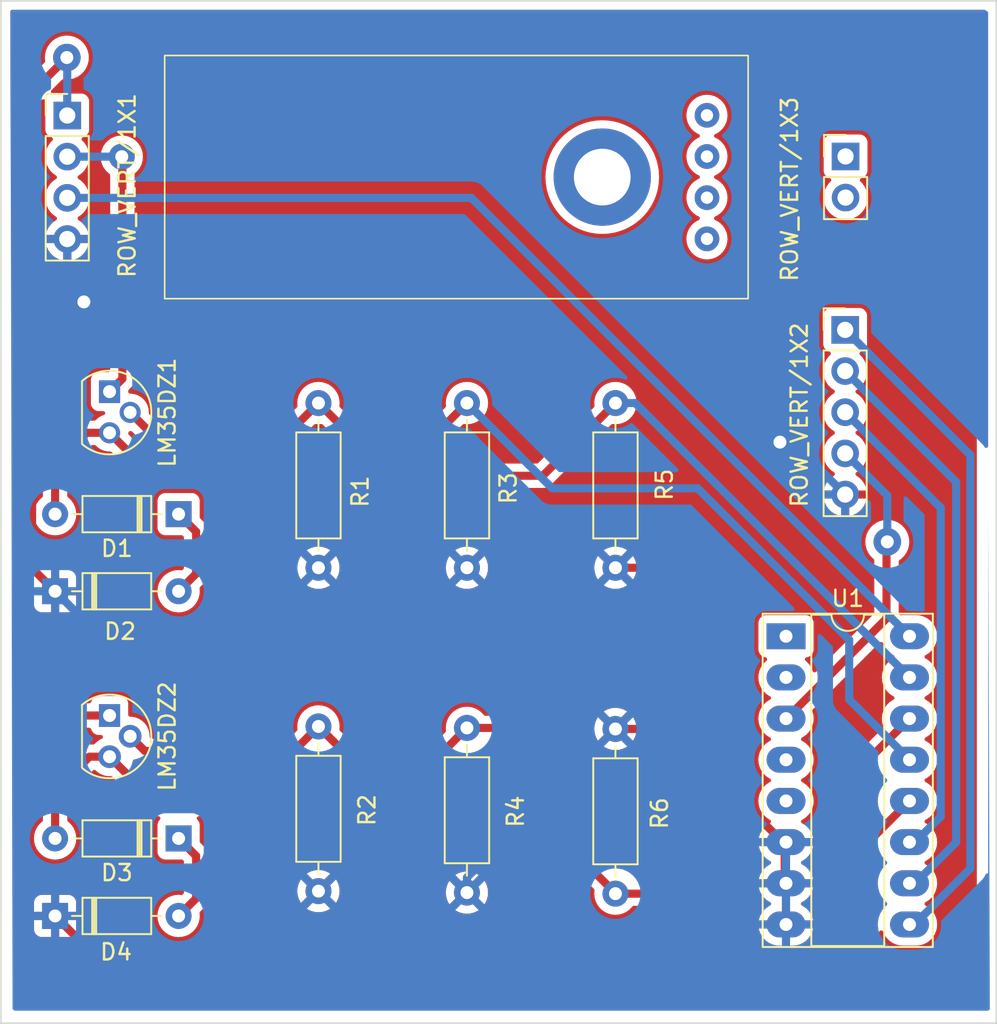
<source format=kicad_pcb>
(kicad_pcb (version 20221018) (generator pcbnew)
  (layers (0 "F.Cu" signal) (31 "B.Cu" signal) (34 "B.Paste" user) (35 "F.Paste" user) (36 "B.SilkS" user "B.Silkscreen") (37 "F.SilkS" user "F.Silkscreen") (38 "B.Mask" user) (39 "F.Mask" user) (44 "Edge.Cuts" user))
  (net 0 "")
  (net 1 "Net-(D1-K)")
  (net 2 "Net-(D1-A)")
  (net 3 "GND")
  (net 4 "Net-(D3-K)")
  (net 5 "Net-(D3-A)")
  (net 6 "Net-(LM35DZ1-Vout)")
  (net 7 "V_cell12")
  (net 8 "Net-(LM35DZ2-Vout)")
  (net 9 "+5V")
  (net 10 "sel_A")
  (net 11 "sel_B")
  (net 12 "sel_C")
  (net 13 "V_temperature")
  (net 18 "V_cell34")
  (net 19 "V_D0")
  (net 20 "V_A0")
  (footprint "VAMK_R:R3_5W" (layer "F.Cu") (at 129.1 115.325 90)
    (fp_text reference "R2" (at 0 3 90) (layer "F.SilkS"))
    (fp_text value "18k" hide)
    (fp_line (start -3.96 0) (end -3.19 0) (stroke (width 0.12)) (layer "F.SilkS"))
    (fp_line (start -3.19 -1.37) (end -3.19 1.37) (stroke (width 0.12)) (layer "F.SilkS"))
    (fp_line (start -3.19 1.37) (end 3.35 1.37) (stroke (width 0.12)) (layer "F.SilkS"))
    (fp_line (start 3.35 -1.37) (end -3.19 -1.37) (stroke (width 0.12)) (layer "F.SilkS"))
    (fp_line (start 3.35 1.37) (end 3.35 -1.37) (stroke (width 0.12)) (layer "F.SilkS"))
    (fp_line (start 4.12 0) (end 3.35 0) (stroke (width 0.12)) (layer "F.SilkS"))
    (pad "1" thru_hole circle (at -5 0 90) (size 1.6 1.6) (drill 0.8) (layers "*.Cu" "*.Mask") (net 3 "GND"))
    (pad "2" thru_hole oval (at 5.16 0 90) (size 1.6 1.6) (drill 0.8) (layers "*.Cu" "*.Mask") (net 8 "Net-(LM35DZ2-Vout)"))
  )
  (footprint "Diode_THT:D_DO-35_SOD27_P7.62mm_Horizontal" (layer "F.Cu") (at 120.47 97.0675 180)
    (fp_text reference "D1" (at 3.81 -2.12) (layer "F.SilkS"))
    (fp_text value "1N4148" hide)
    (fp_line (start 1.04 0) (end 1.69 0) (stroke (width 0.12)) (layer "F.SilkS"))
    (fp_line (start 1.69 -1.12) (end 1.69 1.12) (stroke (width 0.12)) (layer "F.SilkS"))
    (fp_line (start 1.69 1.12) (end 5.93 1.12) (stroke (width 0.12)) (layer "F.SilkS"))
    (fp_line (start 2.29 -1.12) (end 2.29 1.12) (stroke (width 0.12)) (layer "F.SilkS"))
    (fp_line (start 2.41 -1.12) (end 2.41 1.12) (stroke (width 0.12)) (layer "F.SilkS"))
    (fp_line (start 2.53 -1.12) (end 2.53 1.12) (stroke (width 0.12)) (layer "F.SilkS"))
    (fp_line (start 5.93 -1.12) (end 1.69 -1.12) (stroke (width 0.12)) (layer "F.SilkS"))
    (fp_line (start 5.93 1.12) (end 5.93 -1.12) (stroke (width 0.12)) (layer "F.SilkS"))
    (fp_line (start 6.58 0) (end 5.93 0) (stroke (width 0.12)) (layer "F.SilkS"))
    (pad "1" thru_hole rect (at 0 0 180) (size 1.6 1.6) (drill 0.8) (layers "*.Cu" "*.Mask") (net 1 "Net-(D1-K)"))
    (pad "2" thru_hole oval (at 7.62 0 180) (size 1.6 1.6) (drill 0.8) (layers "*.Cu" "*.Mask") (net 2 "Net-(D1-A)"))
  )
  (footprint "VAMK_R:R3_5W" (layer "F.Cu") (at 147.425 95.375 90)
    (fp_text reference "R5" (at 0.125 3.025 90) (layer "F.SilkS"))
    (fp_text value "10k" hide)
    (fp_line (start -3.96 0) (end -3.19 0) (stroke (width 0.12)) (layer "F.SilkS"))
    (fp_line (start -3.19 -1.37) (end -3.19 1.37) (stroke (width 0.12)) (layer "F.SilkS"))
    (fp_line (start -3.19 1.37) (end 3.35 1.37) (stroke (width 0.12)) (layer "F.SilkS"))
    (fp_line (start 3.35 -1.37) (end -3.19 -1.37) (stroke (width 0.12)) (layer "F.SilkS"))
    (fp_line (start 3.35 1.37) (end 3.35 -1.37) (stroke (width 0.12)) (layer "F.SilkS"))
    (fp_line (start 4.12 0) (end 3.35 0) (stroke (width 0.12)) (layer "F.SilkS"))
    (pad "1" thru_hole circle (at -5 0 90) (size 1.6 1.6) (drill 0.8) (layers "*.Cu" "*.Mask") (net 3 "GND"))
    (pad "2" thru_hole oval (at 5.16 0 90) (size 1.6 1.6) (drill 0.8) (layers "*.Cu" "*.Mask") (net 2 "Net-(D1-A)"))
  )
  (footprint "VAMK_CON:ROW_VERT_1x2" (layer "F.Cu") (at 161.625 75)
    (fp_text reference "ROW_VERT/1X3" (at -3.45 2.025 90) (layer "F.SilkS"))
    (fp_text value "ROW_VERT_1X2" hide)
    (fp_line (start -1.33 -1.33) (end 0 -1.33) (stroke (width 0.12)) (layer "F.SilkS"))
    (fp_line (start -1.33 0) (end -1.33 -1.33) (stroke (width 0.12)) (layer "F.SilkS"))
    (fp_line (start -1.33 1.27) (end -1.33 3.87) (stroke (width 0.12)) (layer "F.SilkS"))
    (fp_line (start -1.33 1.27) (end 1.33 1.27) (stroke (width 0.12)) (layer "F.SilkS"))
    (fp_line (start -1.33 3.87) (end 1.33 3.87) (stroke (width 0.12)) (layer "F.SilkS"))
    (fp_line (start 1.33 1.27) (end 1.33 3.87) (stroke (width 0.12)) (layer "F.SilkS"))
    (pad "1" thru_hole rect (at 0 0) (size 1.7 1.7) (drill 1) (layers "*.Cu" "*.Mask") (net 19 "V_D0"))
    (pad "2" thru_hole oval (at 0 2.54) (size 1.7 1.7) (drill 1) (layers "*.Cu" "*.Mask") (net 20 "V_A0"))
  )
  (footprint "VAMK_CON:ROW_VERT_1x4" (layer "F.Cu") (at 113.6 72.475)
    (fp_text reference "ROW_VERT/1X1" (at 3.7 4.32 90) (layer "F.SilkS"))
    (fp_text value "ROW_VERT_1X4" hide)
    (fp_line (start -1.33 -1.33) (end 0 -1.33) (stroke (width 0.12)) (layer "F.SilkS"))
    (fp_line (start -1.33 0) (end -1.33 -1.33) (stroke (width 0.12)) (layer "F.SilkS"))
    (fp_line (start -1.33 1.27) (end -1.33 8.95) (stroke (width 0.12)) (layer "F.SilkS"))
    (fp_line (start -1.33 1.27) (end 1.33 1.27) (stroke (width 0.12)) (layer "F.SilkS"))
    (fp_line (start -1.33 8.95) (end 1.33 8.95) (stroke (width 0.12)) (layer "F.SilkS"))
    (fp_line (start 1.33 1.27) (end 1.33 8.95) (stroke (width 0.12)) (layer "F.SilkS"))
    (pad "1" thru_hole rect (at 0 0) (size 1.7 1.7) (drill 1) (layers "*.Cu" "*.Mask") (net 18 "V_cell34"))
    (pad "2" thru_hole oval (at 0 2.54) (size 1.7 1.7) (drill 1) (layers "*.Cu" "*.Mask") (net 7 "V_cell12"))
    (pad "3" thru_hole oval (at 0 5.08) (size 1.7 1.7) (drill 1) (layers "*.Cu" "*.Mask") (net 9 "+5V"))
    (pad "4" thru_hole oval (at 0 7.62) (size 1.7 1.7) (drill 1) (layers "*.Cu" "*.Mask") (net 3 "GND"))
  )
  (footprint "VAMK_IC:TO-92" (layer "F.Cu") (at 116.21 109.49 -90)
    (fp_text reference "LM35DZ2" (at 1.29 -3.56 90) (layer "F.SilkS"))
    (fp_text value "LM35DZ_TO92" hide)
    (fp_line (start -0.65 1.7) (end 3.2 1.7) (stroke (width 0.12)) (layer "F.SilkS"))
    (fp_arc (start -0.65 1.7) (mid 1.283448 -2.579449) (end 3.238611 1.690122) (stroke (width 0.12)) (layer "F.SilkS"))
    (pad "1" thru_hole rect (at 0 0 270) (size 1.4 1.3) (drill 0.8) (layers "*.Cu" "*.Mask") (net 18 "V_cell34"))
    (pad "2" thru_hole circle (at 1.28 -1.27 270) (size 1.4 1.4) (drill 0.8) (layers "*.Cu" "*.Mask") (net 8 "Net-(LM35DZ2-Vout)"))
    (pad "3" thru_hole circle (at 2.54 0 270) (size 1.4 1.4) (drill 0.8) (layers "*.Cu" "*.Mask") (net 5 "Net-(D3-A)"))
  )
  (footprint "Diode_THT:D_DO-35_SOD27_P7.62mm_Horizontal" (layer "F.Cu") (at 120.47 117.0725 180)
    (fp_text reference "D3" (at 3.81 -2.12) (layer "F.SilkS"))
    (fp_text value "1N4148" hide)
    (fp_line (start 1.04 0) (end 1.69 0) (stroke (width 0.12)) (layer "F.SilkS"))
    (fp_line (start 1.69 -1.12) (end 1.69 1.12) (stroke (width 0.12)) (layer "F.SilkS"))
    (fp_line (start 1.69 1.12) (end 5.93 1.12) (stroke (width 0.12)) (layer "F.SilkS"))
    (fp_line (start 2.29 -1.12) (end 2.29 1.12) (stroke (width 0.12)) (layer "F.SilkS"))
    (fp_line (start 2.41 -1.12) (end 2.41 1.12) (stroke (width 0.12)) (layer "F.SilkS"))
    (fp_line (start 2.53 -1.12) (end 2.53 1.12) (stroke (width 0.12)) (layer "F.SilkS"))
    (fp_line (start 5.93 -1.12) (end 1.69 -1.12) (stroke (width 0.12)) (layer "F.SilkS"))
    (fp_line (start 5.93 1.12) (end 5.93 -1.12) (stroke (width 0.12)) (layer "F.SilkS"))
    (fp_line (start 6.58 0) (end 5.93 0) (stroke (width 0.12)) (layer "F.SilkS"))
    (pad "1" thru_hole rect (at 0 0 180) (size 1.6 1.6) (drill 0.8) (layers "*.Cu" "*.Mask") (net 4 "Net-(D3-K)"))
    (pad "2" thru_hole oval (at 7.62 0 180) (size 1.6 1.6) (drill 0.8) (layers "*.Cu" "*.Mask") (net 5 "Net-(D3-A)"))
  )
  (footprint "VAMK_CON:ROW_VERT_1x5" (layer "F.Cu") (at 161.6 85.7)
    (fp_text reference "ROW_VERT/1X2" (at -2.825 5.25 90) (layer "F.SilkS"))
    (fp_text value "ROW_VERT_1X5" hide)
    (fp_line (start -1.33 -1.33) (end 0 -1.33) (stroke (width 0.12)) (layer "F.SilkS"))
    (fp_line (start -1.33 0) (end -1.33 -1.33) (stroke (width 0.12)) (layer "F.SilkS"))
    (fp_line (start -1.33 1.27) (end -1.33 11.49) (stroke (width 0.12)) (layer "F.SilkS"))
    (fp_line (start -1.33 1.27) (end 1.33 1.27) (stroke (width 0.12)) (layer "F.SilkS"))
    (fp_line (start -1.33 11.49) (end 1.33 11.49) (stroke (width 0.12)) (layer "F.SilkS"))
    (fp_line (start 1.33 1.27) (end 1.33 11.49) (stroke (width 0.12)) (layer "F.SilkS"))
    (pad "1" thru_hole rect (at 0 0) (size 1.7 1.7) (drill 1) (layers "*.Cu" "*.Mask") (net 12 "sel_C"))
    (pad "2" thru_hole oval (at 0 2.54) (size 1.7 1.7) (drill 1) (layers "*.Cu" "*.Mask") (net 11 "sel_B"))
    (pad "3" thru_hole oval (at 0 5.08) (size 1.7 1.7) (drill 1) (layers "*.Cu" "*.Mask") (net 10 "sel_A"))
    (pad "4" thru_hole oval (at 0 7.62) (size 1.7 1.7) (drill 1) (layers "*.Cu" "*.Mask") (net 13 "V_temperature"))
    (pad "5" thru_hole oval (at 0 10.16) (size 1.7 1.7) (drill 1) (layers "*.Cu" "*.Mask") (net 3 "GND"))
  )
  (footprint "VAMK_R:R3_5W" (layer "F.Cu") (at 129.1 95.375 90)
    (fp_text reference "R1" (at -0.3 2.575 90) (layer "F.SilkS"))
    (fp_text value "18k" hide)
    (fp_line (start -3.96 0) (end -3.19 0) (stroke (width 0.12)) (layer "F.SilkS"))
    (fp_line (start -3.19 -1.37) (end -3.19 1.37) (stroke (width 0.12)) (layer "F.SilkS"))
    (fp_line (start -3.19 1.37) (end 3.35 1.37) (stroke (width 0.12)) (layer "F.SilkS"))
    (fp_line (start 3.35 -1.37) (end -3.19 -1.37) (stroke (width 0.12)) (layer "F.SilkS"))
    (fp_line (start 3.35 1.37) (end 3.35 -1.37) (stroke (width 0.12)) (layer "F.SilkS"))
    (fp_line (start 4.12 0) (end 3.35 0) (stroke (width 0.12)) (layer "F.SilkS"))
    (pad "1" thru_hole circle (at -5 0 90) (size 1.6 1.6) (drill 0.8) (layers "*.Cu" "*.Mask") (net 3 "GND"))
    (pad "2" thru_hole oval (at 5.16 0 90) (size 1.6 1.6) (drill 0.8) (layers "*.Cu" "*.Mask") (net 6 "Net-(LM35DZ1-Vout)"))
  )
  (footprint "VAMK_R:R3_5W" (layer "F.Cu") (at 138.2625 115.415 90)
    (fp_text reference "R4" (at 0 3 90) (layer "F.SilkS"))
    (fp_text value "10k" hide)
    (fp_line (start -3.96 0) (end -3.19 0) (stroke (width 0.12)) (layer "F.SilkS"))
    (fp_line (start -3.19 -1.37) (end -3.19 1.37) (stroke (width 0.12)) (layer "F.SilkS"))
    (fp_line (start -3.19 1.37) (end 3.35 1.37) (stroke (width 0.12)) (layer "F.SilkS"))
    (fp_line (start 3.35 -1.37) (end -3.19 -1.37) (stroke (width 0.12)) (layer "F.SilkS"))
    (fp_line (start 3.35 1.37) (end 3.35 -1.37) (stroke (width 0.12)) (layer "F.SilkS"))
    (fp_line (start 4.12 0) (end 3.35 0) (stroke (width 0.12)) (layer "F.SilkS"))
    (pad "1" thru_hole circle (at -5 0 90) (size 1.6 1.6) (drill 0.8) (layers "*.Cu" "*.Mask") (net 3 "GND"))
    (pad "2" thru_hole oval (at 5.16 0 90) (size 1.6 1.6) (drill 0.8) (layers "*.Cu" "*.Mask") (net 8 "Net-(LM35DZ2-Vout)"))
  )
  (footprint "VAMK_IC:TO-92" (layer "F.Cu") (at 116.21 89.51 -90)
    (fp_text reference "LM35DZ1" (at 1.29 -3.56 90) (layer "F.SilkS"))
    (fp_text value "LM35DZ_TO92" hide)
    (fp_line (start -0.65 1.7) (end 3.2 1.7) (stroke (width 0.12)) (layer "F.SilkS"))
    (fp_arc (start -0.65 1.7) (mid 1.283448 -2.579449) (end 3.238611 1.690122) (stroke (width 0.12)) (layer "F.SilkS"))
    (pad "1" thru_hole rect (at 0 0 270) (size 1.4 1.3) (drill 0.8) (layers "*.Cu" "*.Mask") (net 7 "V_cell12"))
    (pad "2" thru_hole circle (at 1.28 -1.27 270) (size 1.3 1.3) (drill 0.8) (layers "*.Cu" "*.Mask") (net 6 "Net-(LM35DZ1-Vout)"))
    (pad "3" thru_hole circle (at 2.54 0 270) (size 1.3 1.3) (drill 0.8) (layers "*.Cu" "*.Mask") (net 2 "Net-(D1-A)"))
  )
  (footprint "KY026:KY026" (layer "F.Cu") (at 137.6125 76.275 180)
    (fp_text reference "A1" hide)
    (fp_text value "Flame_KY026" hide)
    (fp_rect (start -18 -7.5) (end 18 7.5) (stroke (width 0.1)) (fill none) (layer "F.SilkS"))
    (pad "1" thru_hole circle (at -15.46 -3.81 90) (size 1.524 1.524) (drill 0.762) (layers "*.Cu" "*.Mask"))
    (pad "2" thru_hole circle (at -15.46 -1.27 90) (size 1.524 1.524) (drill 0.762) (layers "*.Cu" "*.Mask"))
    (pad "3" thru_hole circle (at -15.46 1.27 90) (size 1.524 1.524) (drill 0.762) (layers "*.Cu" "*.Mask"))
    (pad "4" thru_hole circle (at -15.46 3.81 90) (size 1.524 1.524) (drill 0.762) (layers "*.Cu" "*.Mask"))
    (pad "5" thru_hole circle (at -9 0 90) (size 6 6) (drill 3.5) (layers "*.Cu" "*.Mask"))
  )
  (footprint "Diode_THT:D_DO-35_SOD27_P7.62mm_Horizontal" (layer "F.Cu") (at 112.85 121.855)
    (fp_text reference "D4" (at 3.76 2.225) (layer "F.SilkS"))
    (fp_text value "1N4148" hide)
    (fp_line (start 1.04 0) (end 1.69 0) (stroke (width 0.12)) (layer "F.SilkS"))
    (fp_line (start 1.69 -1.12) (end 1.69 1.12) (stroke (width 0.12)) (layer "F.SilkS"))
    (fp_line (start 1.69 1.12) (end 5.93 1.12) (stroke (width 0.12)) (layer "F.SilkS"))
    (fp_line (start 2.29 -1.12) (end 2.29 1.12) (stroke (width 0.12)) (layer "F.SilkS"))
    (fp_line (start 2.41 -1.12) (end 2.41 1.12) (stroke (width 0.12)) (layer "F.SilkS"))
    (fp_line (start 2.53 -1.12) (end 2.53 1.12) (stroke (width 0.12)) (layer "F.SilkS"))
    (fp_line (start 5.93 -1.12) (end 1.69 -1.12) (stroke (width 0.12)) (layer "F.SilkS"))
    (fp_line (start 5.93 1.12) (end 5.93 -1.12) (stroke (width 0.12)) (layer "F.SilkS"))
    (fp_line (start 6.58 0) (end 5.93 0) (stroke (width 0.12)) (layer "F.SilkS"))
    (pad "1" thru_hole rect (at 0 0) (size 1.6 1.6) (drill 0.8) (layers "*.Cu" "*.Mask") (net 3 "GND"))
    (pad "2" thru_hole oval (at 7.62 0) (size 1.6 1.6) (drill 0.8) (layers "*.Cu" "*.Mask") (net 4 "Net-(D3-K)"))
  )
  (footprint "VAMK_R:R3_5W" (layer "F.Cu") (at 147.425 115.32 -90)
    (fp_text reference "R6" (at 0.205 -2.725 90) (layer "F.SilkS"))
    (fp_text value "10k" hide)
    (fp_line (start -3.96 0) (end -3.19 0) (stroke (width 0.12)) (layer "F.SilkS"))
    (fp_line (start -3.19 -1.37) (end -3.19 1.37) (stroke (width 0.12)) (layer "F.SilkS"))
    (fp_line (start -3.19 1.37) (end 3.35 1.37) (stroke (width 0.12)) (layer "F.SilkS"))
    (fp_line (start 3.35 -1.37) (end -3.19 -1.37) (stroke (width 0.12)) (layer "F.SilkS"))
    (fp_line (start 3.35 1.37) (end 3.35 -1.37) (stroke (width 0.12)) (layer "F.SilkS"))
    (fp_line (start 4.12 0) (end 3.35 0) (stroke (width 0.12)) (layer "F.SilkS"))
    (pad "1" thru_hole circle (at -5 0 270) (size 1.6 1.6) (drill 0.8) (layers "*.Cu" "*.Mask") (net 3 "GND"))
    (pad "2" thru_hole oval (at 5.16 0 270) (size 1.6 1.6) (drill 0.8) (layers "*.Cu" "*.Mask") (net 5 "Net-(D3-A)"))
  )
  (footprint "Package_DIP:DIP-16_W7.62mm_Socket_LongPads" (layer "F.Cu") (at 157.95 104.6)
    (fp_text reference "U1" (at 3.81 -2.33) (layer "F.SilkS"))
    (fp_text value "CD4051B")
    (fp_line (start -1.44 -1.39) (end -1.44 19.17) (stroke (width 0.12)) (layer "F.SilkS"))
    (fp_line (start -1.44 19.17) (end 9.06 19.17) (stroke (width 0.12)) (layer "F.SilkS"))
    (fp_line (start 1.56 -1.33) (end 1.56 19.11) (stroke (width 0.12)) (layer "F.SilkS"))
    (fp_line (start 1.56 19.11) (end 6.06 19.11) (stroke (width 0.12)) (layer "F.SilkS"))
    (fp_line (start 2.81 -1.33) (end 1.56 -1.33) (stroke (width 0.12)) (layer "F.SilkS"))
    (fp_line (start 6.06 -1.33) (end 4.81 -1.33) (stroke (width 0.12)) (layer "F.SilkS"))
    (fp_line (start 6.06 19.11) (end 6.06 -1.33) (stroke (width 0.12)) (layer "F.SilkS"))
    (fp_line (start 9.06 -1.39) (end -1.44 -1.39) (stroke (width 0.12)) (layer "F.SilkS"))
    (fp_line (start 9.06 19.17) (end 9.06 -1.39) (stroke (width 0.12)) (layer "F.SilkS"))
    (fp_arc (start 4.81 -1.33) (mid 3.81 -0.33) (end 2.81 -1.33) (stroke (width 0.12)) (layer "F.SilkS"))
    (pad "1" thru_hole rect (at 0 0) (size 2.4 1.6) (drill 0.8) (layers "*.Cu" "*.Mask"))
    (pad "2" thru_hole oval (at 0 2.54) (size 2.4 1.6) (drill 0.8) (layers "*.Cu" "*.Mask"))
    (pad "3" thru_hole oval (at 0 5.08) (size 2.4 1.6) (drill 0.8) (layers "*.Cu" "*.Mask") (net 13 "V_temperature"))
    (pad "4" thru_hole oval (at 0 7.62) (size 2.4 1.6) (drill 0.8) (layers "*.Cu" "*.Mask"))
    (pad "5" thru_hole oval (at 0 10.16) (size 2.4 1.6) (drill 0.8) (layers "*.Cu" "*.Mask"))
    (pad "6" thru_hole oval (at 0 12.7) (size 2.4 1.6) (drill 0.8) (layers "*.Cu" "*.Mask") (net 3 "GND"))
    (pad "7" thru_hole oval (at 0 15.24) (size 2.4 1.6) (drill 0.8) (layers "*.Cu" "*.Mask") (net 3 "GND"))
    (pad "8" thru_hole oval (at 0 17.78) (size 2.4 1.6) (drill 0.8) (layers "*.Cu" "*.Mask") (net 3 "GND"))
    (pad "9" thru_hole oval (at 7.62 17.78) (size 2.4 1.6) (drill 0.8) (layers "*.Cu" "*.Mask") (net 12 "sel_C"))
    (pad "10" thru_hole oval (at 7.62 15.24) (size 2.4 1.6) (drill 0.8) (layers "*.Cu" "*.Mask") (net 11 "sel_B"))
    (pad "11" thru_hole oval (at 7.62 12.7) (size 2.4 1.6) (drill 0.8) (layers "*.Cu" "*.Mask") (net 10 "sel_A"))
    (pad "12" thru_hole oval (at 7.62 10.16) (size 2.4 1.6) (drill 0.8) (layers "*.Cu" "*.Mask") (net 5 "Net-(D3-A)"))
    (pad "13" thru_hole oval (at 7.62 7.62) (size 2.4 1.6) (drill 0.8) (layers "*.Cu" "*.Mask") (net 6 "Net-(LM35DZ1-Vout)"))
    (pad "14" thru_hole oval (at 7.62 5.08) (size 2.4 1.6) (drill 0.8) (layers "*.Cu" "*.Mask") (net 8 "Net-(LM35DZ2-Vout)"))
    (pad "15" thru_hole oval (at 7.62 2.54) (size 2.4 1.6) (drill 0.8) (layers "*.Cu" "*.Mask") (net 2 "Net-(D1-A)"))
    (pad "16" thru_hole oval (at 7.62 0) (size 2.4 1.6) (drill 0.8) (layers "*.Cu" "*.Mask") (net 9 "+5V"))
  )
  (footprint "Diode_THT:D_DO-35_SOD27_P7.62mm_Horizontal" (layer "F.Cu") (at 112.85 101.825)
    (fp_text reference "D2" (at 4.01 2.475) (layer "F.SilkS"))
    (fp_text value "1N4148" hide)
    (fp_line (start 1.04 0) (end 1.69 0) (stroke (width 0.12)) (layer "F.SilkS"))
    (fp_line (start 1.69 -1.12) (end 1.69 1.12) (stroke (width 0.12)) (layer "F.SilkS"))
    (fp_line (start 1.69 1.12) (end 5.93 1.12) (stroke (width 0.12)) (layer "F.SilkS"))
    (fp_line (start 2.29 -1.12) (end 2.29 1.12) (stroke (width 0.12)) (layer "F.SilkS"))
    (fp_line (start 2.41 -1.12) (end 2.41 1.12) (stroke (width 0.12)) (layer "F.SilkS"))
    (fp_line (start 2.53 -1.12) (end 2.53 1.12) (stroke (width 0.12)) (layer "F.SilkS"))
    (fp_line (start 5.93 -1.12) (end 1.69 -1.12) (stroke (width 0.12)) (layer "F.SilkS"))
    (fp_line (start 5.93 1.12) (end 5.93 -1.12) (stroke (width 0.12)) (layer "F.SilkS"))
    (fp_line (start 6.58 0) (end 5.93 0) (stroke (width 0.12)) (layer "F.SilkS"))
    (pad "1" thru_hole rect (at 0 0) (size 1.6 1.6) (drill 0.8) (layers "*.Cu" "*.Mask") (net 3 "GND"))
    (pad "2" thru_hole oval (at 7.62 0) (size 1.6 1.6) (drill 0.8) (layers "*.Cu" "*.Mask") (net 1 "Net-(D1-K)"))
  )
  (footprint "VAMK_R:R3_5W" (layer "F.Cu") (at 138.2625 95.375 90)
    (fp_text reference "R3" (at -0.1 2.55 90) (layer "F.SilkS"))
    (fp_text value "10k" hide)
    (fp_line (start -3.96 0) (end -3.19 0) (stroke (width 0.12)) (layer "F.SilkS"))
    (fp_line (start -3.19 -1.37) (end -3.19 1.37) (stroke (width 0.12)) (layer "F.SilkS"))
    (fp_line (start -3.19 1.37) (end 3.35 1.37) (stroke (width 0.12)) (layer "F.SilkS"))
    (fp_line (start 3.35 -1.37) (end -3.19 -1.37) (stroke (width 0.12)) (layer "F.SilkS"))
    (fp_line (start 3.35 1.37) (end 3.35 -1.37) (stroke (width 0.12)) (layer "F.SilkS"))
    (fp_line (start 4.12 0) (end 3.35 0) (stroke (width 0.12)) (layer "F.SilkS"))
    (pad "1" thru_hole circle (at -5 0 90) (size 1.6 1.6) (drill 0.8) (layers "*.Cu" "*.Mask") (net 3 "GND"))
    (pad "2" thru_hole oval (at 5.16 0 90) (size 1.6 1.6) (drill 0.8) (layers "*.Cu" "*.Mask") (net 6 "Net-(LM35DZ1-Vout)"))
  )
  (gr_rect (start 109.5 65.4) (end 170.925 128.475) (stroke (width 0.1)) (fill none) (layer "Edge.Cuts"))
  (segment (start 120.47 101.825) (end 121.55 100.745) (width 0.5) (layer "F.Cu") (net 1))
  (segment (start 121.55 100.745) (end 121.55 98.1475) (width 0.5) (layer "F.Cu") (net 1))
  (segment (start 121.55 98.1475) (end 120.47 97.0675) (width 0.5) (layer "F.Cu") (net 1))
  (segment (start 112.85 94) (end 112.85 97.0675) (width 0.5) (layer "F.Cu") (net 2))
  (segment (start 118.86 94.7) (end 142.94 94.7) (width 0.5) (layer "F.Cu") (net 2))
  (segment (start 142.94 94.7) (end 147.425 90.215) (width 0.5) (layer "F.Cu") (net 2))
  (segment (start 116.21 92.05) (end 118.86 94.7) (width 0.5) (layer "F.Cu") (net 2))
  (segment (start 116.21 92.05) (end 114.8 92.05) (width 0.5) (layer "F.Cu") (net 2))
  (segment (start 114.8 92.05) (end 112.85 94) (width 0.5) (layer "F.Cu") (net 2))
  (segment (start 148.645 90.215) (end 165.57 107.14) (width 0.5) (layer "B.Cu") (net 2))
  (segment (start 147.425 90.215) (end 148.645 90.215) (width 0.5) (layer "B.Cu") (net 2))
  (segment (start 147.425 110.32) (end 150.7775 110.32) (width 0.5) (layer "F.Cu") (net 3))
  (segment (start 157.95 122.4075) (end 157.8675 122.49) (width 0.5) (layer "F.Cu") (net 3))
  (segment (start 130.475 118.95) (end 136.7975 118.95) (width 0.5) (layer "F.Cu") (net 3))
  (segment (start 157.8675 117.41) (end 157.8675 119.95) (width 0.5) (layer "F.Cu") (net 3))
  (segment (start 147.425 100.375) (end 149.825 100.375) (width 0.5) (layer "F.Cu") (net 3))
  (segment (start 157.95 120.0325) (end 157.95 122.4075) (width 0.5) (layer "F.Cu") (net 3))
  (segment (start 111.461912 87.138088) (end 111.418865 100.375061) (width 0.5) (layer "F.Cu") (net 3))
  (segment (start 136.7975 118.95) (end 138.2625 120.415) (width 0.5) (layer "F.Cu") (net 3))
  (segment (start 125.2 124.225) (end 129.1 120.325) (width 0.5) (layer "F.Cu") (net 3))
  (segment (start 147.425 100.375) (end 149.075 102.025) (width 0.5) (layer "F.Cu") (net 3))
  (segment (start 149.075 108.67) (end 147.425 110.32) (width 0.5) (layer "F.Cu") (net 3))
  (segment (start 114.625 83.975) (end 111.461912 87.138088) (width 0.5) (layer "F.Cu") (net 3))
  (segment (start 157.8675 119.95) (end 157.95 120.0325) (width 0.5) (layer "F.Cu") (net 3))
  (segment (start 149.075 102.025) (end 149.075 108.67) (width 0.5) (layer "F.Cu") (net 3))
  (segment (start 129.1 120.325) (end 130.475 118.95) (width 0.5) (layer "F.Cu") (net 3))
  (segment (start 112.85 101.825) (end 111.4 100.375) (width 0.5) (layer "F.Cu") (net 3))
  (segment (start 115.22 124.225) (end 125.2 124.225) (width 0.5) (layer "F.Cu") (net 3))
  (segment (start 149.825 100.375) (end 157.575 92.625) (width 0.5) (layer "F.Cu") (net 3))
  (segment (start 112.85 121.855) (end 115.22 124.225) (width 0.5) (layer "F.Cu") (net 3))
  (segment (start 112.85 101.825) (end 112.85 101.85) (width 0.5) (layer "F.Cu") (net 3))
  (segment (start 150.7775 110.32) (end 157.8675 117.41) (width 0.5) (layer "F.Cu") (net 3))
  (via (at 114.625 83.975) (size 1.7) (drill 0.8) (layers "F.Cu" "B.Cu") (net 3))
  (via (at 157.575 92.625) (size 1.7) (drill 0.8) (layers "F.Cu" "B.Cu") (net 3))
  (segment (start 161.6 95.86) (end 158.365 92.625) (width 0.5) (layer "B.Cu") (net 3))
  (segment (start 113.6 82.95) (end 114.625 83.975) (width 0.5) (layer "B.Cu") (net 3))
  (segment (start 115.575 104.55) (end 124.925 104.55) (width 0.5) (layer "B.Cu") (net 3))
  (segment (start 136.5125 102.125) (end 138.2625 100.375) (width 0.5) (layer "B.Cu") (net 3))
  (segment (start 158.365 92.625) (end 157.575 92.625) (width 0.5) (layer "B.Cu") (net 3))
  (segment (start 129.1 100.375) (end 130.85 102.125) (width 0.5) (layer "B.Cu") (net 3))
  (segment (start 147.425 110.32) (end 138.2625 119.4825) (width 0.5) (layer "B.Cu") (net 3))
  (segment (start 130.85 102.125) (end 136.5125 102.125) (width 0.5) (layer "B.Cu") (net 3))
  (segment (start 139.8625 101.975) (end 145.825 101.975) (width 0.5) (layer "B.Cu") (net 3))
  (segment (start 138.2625 119.4825) (end 138.2625 120.415) (width 0.5) (layer "B.Cu") (net 3))
  (segment (start 112.85 101.825) (end 115.575 104.55) (width 0.5) (layer "B.Cu") (net 3))
  (segment (start 145.825 101.975) (end 147.425 100.375) (width 0.5) (layer "B.Cu") (net 3))
  (segment (start 113.6 80.095) (end 113.6 82.95) (width 0.5) (layer "B.Cu") (net 3))
  (segment (start 138.2625 100.375) (end 139.8625 101.975) (width 0.5) (layer "B.Cu") (net 3))
  (segment (start 124.925 104.55) (end 129.1 100.375) (width 0.5) (layer "B.Cu") (net 3))
  (segment (start 121.55 120.775) (end 121.55 118.1525) (width 0.5) (layer "F.Cu") (net 4))
  (segment (start 120.47 121.855) (end 121.55 120.775) (width 0.5) (layer "F.Cu") (net 4))
  (segment (start 121.55 118.1525) (end 120.47 117.0725) (width 0.5) (layer "F.Cu") (net 4))
  (segment (start 141.925 114.95) (end 119.13 114.95) (width 0.5) (layer "F.Cu") (net 5))
  (segment (start 147.425 120.45) (end 141.925 114.95) (width 0.5) (layer "F.Cu") (net 5))
  (segment (start 114.97 112.03) (end 116.21 112.03) (width 0.5) (layer "F.Cu") (net 5))
  (segment (start 147.425 120.48) (end 147.425 120.45) (width 0.5) (layer "F.Cu") (net 5))
  (segment (start 147.425 120.48) (end 149.18 120.48) (width 0.5) (layer "F.Cu") (net 5))
  (segment (start 162.95 123.35) (end 162.95 117.38) (width 0.5) (layer "F.Cu") (net 5))
  (segment (start 162.95 117.38) (end 165.57 114.76) (width 0.5) (layer "F.Cu") (net 5))
  (segment (start 149.18 120.48) (end 153.975 125.275) (width 0.5) (layer "F.Cu") (net 5))
  (segment (start 161.025 125.275) (end 162.95 123.35) (width 0.5) (layer "F.Cu") (net 5))
  (segment (start 153.975 125.275) (end 161.025 125.275) (width 0.5) (layer "F.Cu") (net 5))
  (segment (start 119.13 114.95) (end 116.21 112.03) (width 0.5) (layer "F.Cu") (net 5))
  (segment (start 112.85 117.0725) (end 112.85 114.15) (width 0.5) (layer "F.Cu") (net 5))
  (segment (start 112.85 114.15) (end 114.97 112.03) (width 0.5) (layer "F.Cu") (net 5))
  (segment (start 129.1 90.215) (end 130.71 91.825) (width 0.5) (layer "F.Cu") (net 6))
  (segment (start 117.48 90.79) (end 118.515 91.825) (width 0.5) (layer "F.Cu") (net 6))
  (segment (start 118.515 91.825) (end 127.49 91.825) (width 0.5) (layer "F.Cu") (net 6))
  (segment (start 136.6525 91.825) (end 138.2625 90.215) (width 0.5) (layer "F.Cu") (net 6))
  (segment (start 127.49 91.825) (end 129.1 90.215) (width 0.5) (layer "F.Cu") (net 6))
  (segment (start 130.71 91.825) (end 136.6525 91.825) (width 0.5) (layer "F.Cu") (net 6))
  (segment (start 161.85 104.825) (end 161.85 108.5) (width 0.5) (layer "B.Cu") (net 6))
  (segment (start 138.2625 90.215) (end 143.5225 95.475) (width 0.5) (layer "B.Cu") (net 6))
  (segment (start 143.5225 95.475) (end 152.5 95.475) (width 0.5) (layer "B.Cu") (net 6))
  (segment (start 161.85 108.5) (end 165.57 112.22) (width 0.5) (layer "B.Cu") (net 6))
  (segment (start 165.78 112.33) (end 165.8075 112.33) (width 0.5) (layer "B.Cu") (net 6))
  (segment (start 152.5 95.475) (end 161.85 104.825) (width 0.5) (layer "B.Cu") (net 6))
  (segment (start 116.965 75.015) (end 117 75.05) (width 0.5) (layer "F.Cu") (net 7))
  (segment (start 116.185 89.51) (end 116.21 89.51) (width 0.5) (layer "F.Cu") (net 7))
  (segment (start 117 88.72) (end 116.21 89.51) (width 0.5) (layer "F.Cu") (net 7))
  (segment (start 117 75.05) (end 117 88.72) (width 0.5) (layer "F.Cu") (net 7))
  (via (at 116.965 75.015) (size 1.6) (drill 0.8) (layers "F.Cu" "B.Cu") (net 7))
  (segment (start 113.6 75.015) (end 116.965 75.015) (width 0.5) (layer "B.Cu") (net 7))
  (segment (start 116.965 75.015) (end 116.975 75.025) (width 0.5) (layer "B.Cu") (net 7))
  (segment (start 117.48 110.77) (end 118.385 111.675) (width 0.5) (layer "F.Cu") (net 8))
  (segment (start 161.65 122.85) (end 161.65 113.6) (width 0.5) (layer "F.Cu") (net 8))
  (segment (start 118.385 111.675) (end 127.59 111.675) (width 0.5) (layer "F.Cu") (net 8))
  (segment (start 161.65 113.6) (end 165.57 109.68) (width 0.5) (layer "F.Cu") (net 8))
  (segment (start 129.1 110.165) (end 130.61 111.675) (width 0.5) (layer "F.Cu") (net 8))
  (segment (start 130.61 111.675) (end 136.8425 111.675) (width 0.5) (layer "F.Cu") (net 8))
  (segment (start 136.8425 111.675) (end 138.2625 110.255) (width 0.5) (layer "F.Cu") (net 8))
  (segment (start 127.59 111.675) (end 129.1 110.165) (width 0.5) (layer "F.Cu") (net 8))
  (segment (start 141.805 110.255) (end 155.85 124.3) (width 0.5) (layer "F.Cu") (net 8))
  (segment (start 155.85 124.3) (end 160.2 124.3) (width 0.5) (layer "F.Cu") (net 8))
  (segment (start 138.2625 110.255) (end 141.805 110.255) (width 0.5) (layer "F.Cu") (net 8))
  (segment (start 160.2 124.3) (end 161.65 122.85) (width 0.5) (layer "F.Cu") (net 8))
  (segment (start 165.685 104.71) (end 165.8075 104.71) (width 0.5) (layer "B.Cu") (net 9))
  (segment (start 113.6 77.555) (end 138.53 77.555) (width 0.5) (layer "B.Cu") (net 9))
  (segment (start 138.53 77.555) (end 165.685 104.71) (width 0.5) (layer "B.Cu") (net 9))
  (segment (start 167.5 115.7175) (end 165.8075 117.41) (width 0.5) (layer "B.Cu") (net 10))
  (segment (start 167.5 96.68) (end 167.5 115.7175) (width 0.5) (layer "B.Cu") (net 10))
  (segment (start 161.6 90.78) (end 167.5 96.68) (width 0.5) (layer "B.Cu") (net 10))
  (segment (start 161.6 88.24) (end 168.45 95.09) (width 0.5) (layer "B.Cu") (net 11))
  (segment (start 168.45 117.3075) (end 165.8075 119.95) (width 0.5) (layer "B.Cu") (net 11))
  (segment (start 168.45 95.09) (end 168.45 117.3075) (width 0.5) (layer "B.Cu") (net 11))
  (segment (start 161.6 85.7) (end 169.325 93.425) (width 0.5) (layer "B.Cu") (net 12))
  (segment (start 169.325 118.925) (end 165.8075 122.4425) (width 0.5) (layer "B.Cu") (net 12))
  (segment (start 169.325 93.425) (end 169.325 118.925) (width 0.5) (layer "B.Cu") (net 12))
  (segment (start 165.8075 122.4425) (end 165.8075 122.49) (width 0.5) (layer "B.Cu") (net 12))
  (segment (start 164.15 98.825) (end 164.15 103.5075) (width 0.5) (layer "F.Cu") (net 13))
  (segment (start 161.6 93.32) (end 161.53 93.32) (width 0.5) (layer "F.Cu") (net 13))
  (segment (start 164.15 103.5075) (end 157.8675 109.79) (width 0.5) (layer "F.Cu") (net 13))
  (segment (start 164.15 98.725) (end 164.2 98.775) (width 0.5) (layer "F.Cu") (net 13))
  (segment (start 164.2 98.775) (end 164.15 98.825) (width 0.5) (layer "F.Cu") (net 13))
  (via (at 164.2 98.775) (size 1.7) (drill 0.8) (layers "F.Cu" "B.Cu") (net 13))
  (segment (start 164.2 95.92) (end 164.2 98.775) (width 0.5) (layer "B.Cu") (net 13))
  (segment (start 161.6 93.32) (end 164.2 95.92) (width 0.5) (layer "B.Cu") (net 13))
  (segment (start 110.7 71.775) (end 110.7 106.175) (width 0.5) (layer "F.Cu") (net 18))
  (segment (start 114.015 109.49) (end 116.21 109.49) (width 0.5) (layer "F.Cu") (net 18))
  (segment (start 113.575 68.9) (end 110.7 71.775) (width 0.5) (layer "F.Cu") (net 18))
  (segment (start 110.7 106.175) (end 114.015 109.49) (width 0.5) (layer "F.Cu") (net 18))
  (via (at 113.575 68.9) (size 1.7) (drill 0.8) (layers "F.Cu" "B.Cu") (net 18))
  (segment (start 113.6 72.475) (end 113.6 68.925) (width 0.5) (layer "B.Cu") (net 18))
  (segment (start 113.6 68.925) (end 113.575 68.9) (width 0.25) (layer "B.Cu") (net 18))
  (segment (start 113.6 72.475) (end 113.6 72.625) (width 0.25) (layer "B.Cu") (net 18))
  (zone (net 3) (net_name "GND") (layers "F&B.Cu") (connect_pads (clearance 0.5)) (min_thickness 0.25) (fill yes (thermal_gap 0.5) (thermal_bridge_width 0.5))
    (polygon (pts (xy 110.075 65.95) (xy 170.325 65.95) (xy 170.525 127.7) (xy 110.275 127.7)))
  )
  (zone (net 3) (net_name "GND") (layer "B.Cu") (priority 1) (connect_pads (clearance 0.75)) (min_thickness 0.25) (fill yes (thermal_gap 0.5) (thermal_bridge_width 0.5))
    (polygon (pts (xy 110.225 66.025) (xy 170.425 66.025) (xy 170.425 127.65) (xy 110.225 127.65) (xy 110.1 65.775)))
  )
)
</source>
